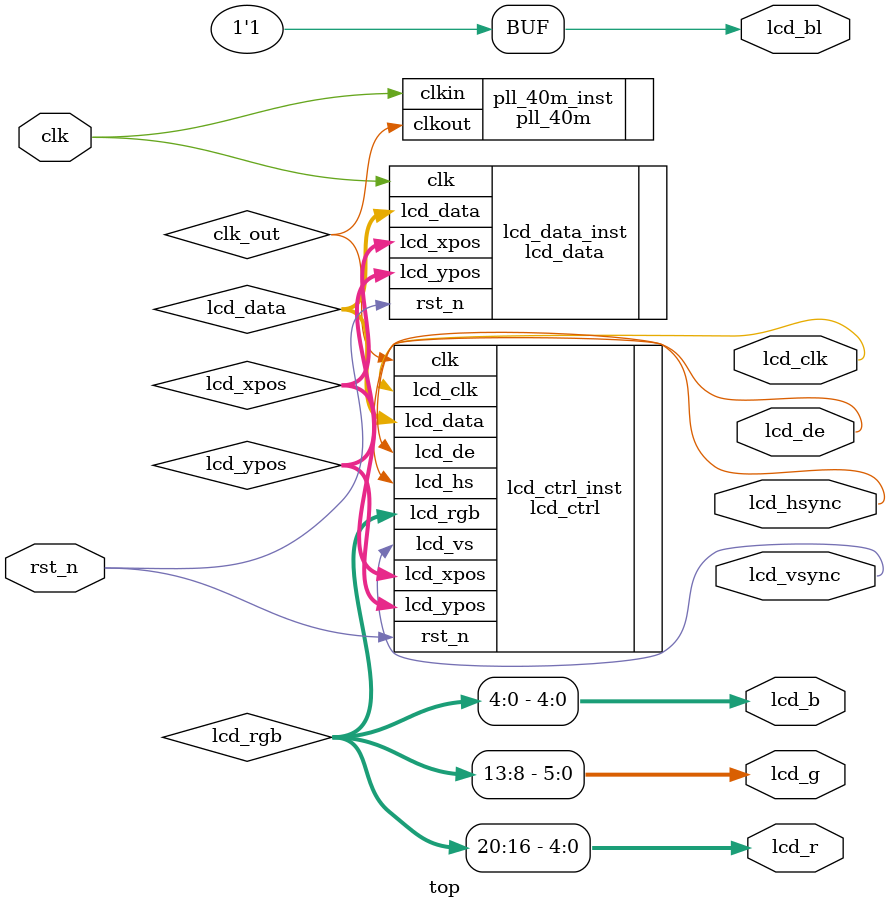
<source format=v>
module top (
    input           clk,
    input           rst_n,

	output [4:0]  	lcd_r,
	output [5:0]  	lcd_g,
	output [4:0]  	lcd_b,
    output          lcd_de,
    output          lcd_hsync,
    output          lcd_vsync,
    output          lcd_clk,
	output			lcd_bl
);

assign lcd_bl = 1'b1 ;

pll_40m pll_40m_inst(
    .clkout (clk_out),  //output clkout
    .clkin  (clk)     //input clkin
);

parameter para = 8 ;

wire [23:0] lcd_rgb  ;
wire [23:0] lcd_data ;

assign lcd_r[4:0] = lcd_rgb[4+ para*2:para*2];
assign lcd_g[5:0] = lcd_rgb[5+ para*1:para*1];
assign lcd_b[4:0] = lcd_rgb[4+ para*0:para*0];

wire	[11:0]	lcd_xpos;		
wire	[11:0]	lcd_ypos;		

lcd_ctrl lcd_ctrl_inst (
	.clk        (clk_out)    ,      //lcd clock
	.rst_n      (rst_n)      ,      //sync reset
	.lcd_data   (lcd_data)   ,      //lcd data
	.lcd_clk    (lcd_clk)    ,      //lcd pixel clock
	.lcd_hs     (lcd_hsync)  ,	    //lcd horizontal sync
	.lcd_vs     (lcd_vsync)  ,	    //lcd vertical sync
	.lcd_de     (lcd_de)     ,	    //lcd display enable; 1:Display Enable Signal;0: Disable Ddsplay
	.lcd_rgb    (lcd_rgb)    ,      //lcd display data
	.lcd_xpos   (lcd_xpos)   ,      //lcd horizontal coordinate
	.lcd_ypos   (lcd_ypos)		    //lcd vertical coordinate
);

lcd_data lcd_data_inst( 
	.clk(clk),	
	.rst_n(rst_n),	
	.lcd_xpos(lcd_xpos),	//lcd horizontal coordinate
	.lcd_ypos(lcd_ypos),	//lcd vertical coordinate
	
	.lcd_data(lcd_data)	    //lcd data
);

endmodule
</source>
